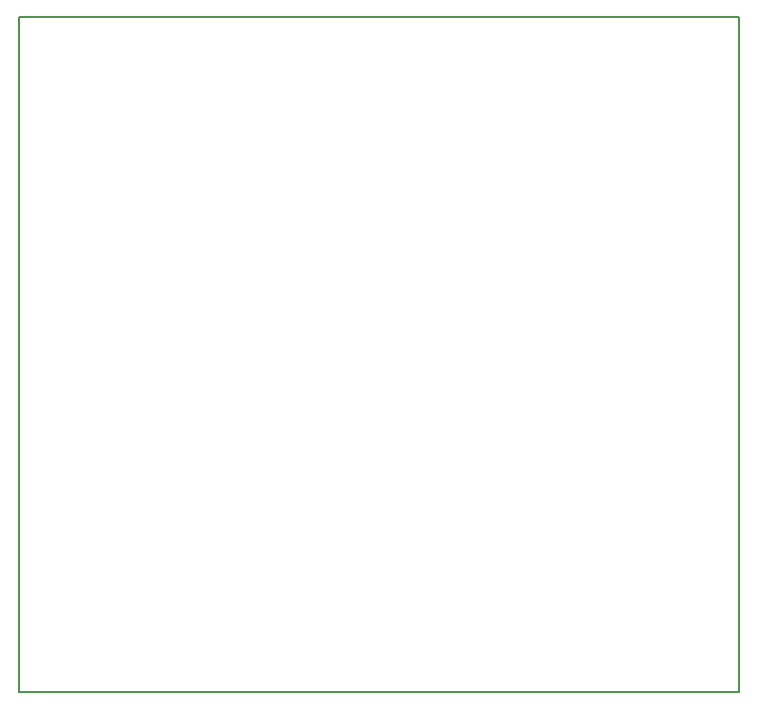
<source format=gbr>
G04 #@! TF.GenerationSoftware,KiCad,Pcbnew,(5.0.1-3-g963ef8bb5)*
G04 #@! TF.CreationDate,2019-02-08T10:03:46-05:00*
G04 #@! TF.ProjectId,STMaytal32v02,53544D617974616C33327630322E6B69,rev?*
G04 #@! TF.SameCoordinates,Original*
G04 #@! TF.FileFunction,Profile,NP*
%FSLAX46Y46*%
G04 Gerber Fmt 4.6, Leading zero omitted, Abs format (unit mm)*
G04 Created by KiCad (PCBNEW (5.0.1-3-g963ef8bb5)) date Friday, February 08, 2019 at 10:03:46 AM*
%MOMM*%
%LPD*%
G01*
G04 APERTURE LIST*
%ADD10C,0.150000*%
G04 APERTURE END LIST*
D10*
X95250000Y-130810000D02*
X95250000Y-73660000D01*
X156210000Y-130810000D02*
X95250000Y-130810000D01*
X156210000Y-73660000D02*
X156210000Y-130810000D01*
X95250000Y-73660000D02*
X156210000Y-73660000D01*
M02*

</source>
